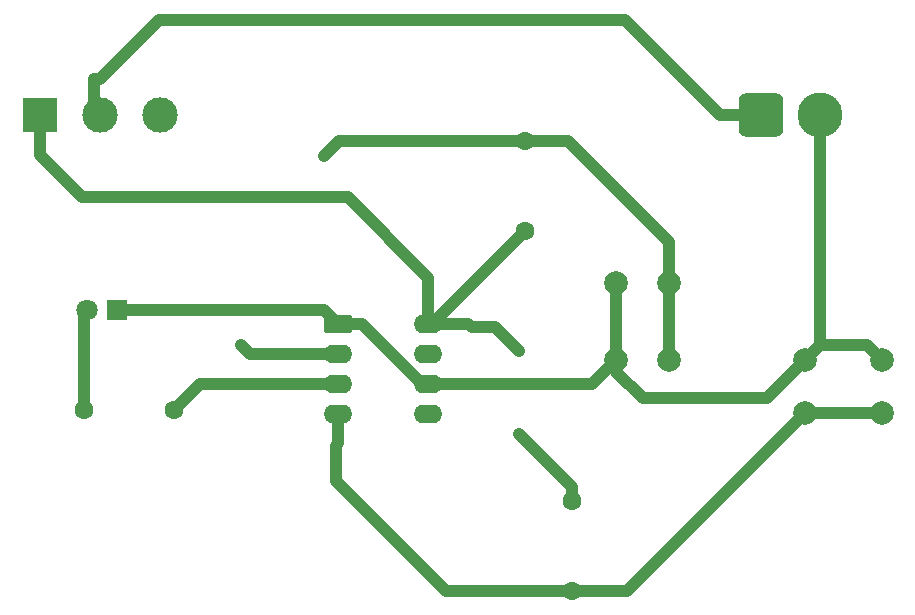
<source format=gbr>
%TF.GenerationSoftware,KiCad,Pcbnew,9.0.4*%
%TF.CreationDate,2025-10-10T16:17:53+02:00*%
%TF.ProjectId,Timmer-555-bistable-0.0.1,54696d6d-6572-42d3-9535-352d62697374,rev?*%
%TF.SameCoordinates,Original*%
%TF.FileFunction,Copper,L2,Bot*%
%TF.FilePolarity,Positive*%
%FSLAX46Y46*%
G04 Gerber Fmt 4.6, Leading zero omitted, Abs format (unit mm)*
G04 Created by KiCad (PCBNEW 9.0.4) date 2025-10-10 16:17:53*
%MOMM*%
%LPD*%
G01*
G04 APERTURE LIST*
G04 Aperture macros list*
%AMRoundRect*
0 Rectangle with rounded corners*
0 $1 Rounding radius*
0 $2 $3 $4 $5 $6 $7 $8 $9 X,Y pos of 4 corners*
0 Add a 4 corners polygon primitive as box body*
4,1,4,$2,$3,$4,$5,$6,$7,$8,$9,$2,$3,0*
0 Add four circle primitives for the rounded corners*
1,1,$1+$1,$2,$3*
1,1,$1+$1,$4,$5*
1,1,$1+$1,$6,$7*
1,1,$1+$1,$8,$9*
0 Add four rect primitives between the rounded corners*
20,1,$1+$1,$2,$3,$4,$5,0*
20,1,$1+$1,$4,$5,$6,$7,0*
20,1,$1+$1,$6,$7,$8,$9,0*
20,1,$1+$1,$8,$9,$2,$3,0*%
G04 Aperture macros list end*
%TA.AperFunction,ComponentPad*%
%ADD10RoundRect,0.250000X-0.950000X-0.550000X0.950000X-0.550000X0.950000X0.550000X-0.950000X0.550000X0*%
%TD*%
%TA.AperFunction,ComponentPad*%
%ADD11O,2.400000X1.600000*%
%TD*%
%TA.AperFunction,ComponentPad*%
%ADD12C,2.000000*%
%TD*%
%TA.AperFunction,ComponentPad*%
%ADD13R,3.000000X3.000000*%
%TD*%
%TA.AperFunction,ComponentPad*%
%ADD14C,3.000000*%
%TD*%
%TA.AperFunction,ComponentPad*%
%ADD15RoundRect,0.760000X-1.140000X-1.140000X1.140000X-1.140000X1.140000X1.140000X-1.140000X1.140000X0*%
%TD*%
%TA.AperFunction,ComponentPad*%
%ADD16C,3.800000*%
%TD*%
%TA.AperFunction,ComponentPad*%
%ADD17C,1.600000*%
%TD*%
%TA.AperFunction,ComponentPad*%
%ADD18R,1.800000X1.800000*%
%TD*%
%TA.AperFunction,ComponentPad*%
%ADD19C,1.800000*%
%TD*%
%TA.AperFunction,ViaPad*%
%ADD20C,1.000000*%
%TD*%
%TA.AperFunction,Conductor*%
%ADD21C,1.000000*%
%TD*%
G04 APERTURE END LIST*
D10*
%TO.P,U1,1,GND*%
%TO.N,THR*%
X127190000Y-59690000D03*
D11*
%TO.P,U1,2,TR*%
%TO.N,TRG*%
X127190000Y-62230000D03*
%TO.P,U1,3,Q*%
%TO.N,Net-(U1-Q)*%
X127190000Y-64770000D03*
%TO.P,U1,4,R*%
%TO.N,Net-(U1-R)*%
X127190000Y-67310000D03*
%TO.P,U1,5,CV*%
%TO.N,unconnected-(U1-CV-Pad5)*%
X134810000Y-67310000D03*
%TO.P,U1,6,THR*%
%TO.N,THR*%
X134810000Y-64770000D03*
%TO.P,U1,7,DIS*%
%TO.N,unconnected-(U1-DIS-Pad7)*%
X134810000Y-62230000D03*
%TO.P,U1,8,VCC*%
%TO.N,Net-(SW0-C)*%
X134810000Y-59690000D03*
%TD*%
D12*
%TO.P,SW2,1,1*%
%TO.N,THR*%
X150750000Y-62750000D03*
X150750000Y-56250000D03*
%TO.P,SW2,2,2*%
%TO.N,TRG*%
X155250000Y-62750000D03*
X155250000Y-56250000D03*
%TD*%
%TO.P,SW1,1,1*%
%TO.N,THR*%
X166750000Y-62750000D03*
X173250000Y-62750000D03*
%TO.P,SW1,2,2*%
%TO.N,Net-(U1-R)*%
X166750000Y-67250000D03*
X173250000Y-67250000D03*
%TD*%
D13*
%TO.P,SW0,1,C*%
%TO.N,Net-(SW0-C)*%
X101920000Y-42000000D03*
D14*
%TO.P,SW0,2,B*%
%TO.N,Net-(SW0-B)*%
X107000000Y-42000000D03*
%TO.P,SW0,3,A*%
%TO.N,unconnected-(SW0-A-Pad3)*%
X112080000Y-42000000D03*
%TD*%
D15*
%TO.P,SOURCE_DC1,1*%
%TO.N,Net-(SW0-B)*%
X163000000Y-42000000D03*
D16*
%TO.P,SOURCE_DC1,2*%
%TO.N,THR*%
X168000000Y-42000000D03*
%TD*%
D17*
%TO.P,RA2,1*%
%TO.N,Net-(SW0-C)*%
X143000000Y-51810000D03*
%TO.P,RA2,2*%
%TO.N,TRG*%
X143000000Y-44190000D03*
%TD*%
%TO.P,RA1,1*%
%TO.N,Net-(SW0-C)*%
X147000000Y-74690000D03*
%TO.P,RA1,2*%
%TO.N,Net-(U1-R)*%
X147000000Y-82310000D03*
%TD*%
%TO.P,R1,1*%
%TO.N,Net-(U1-Q)*%
X113310000Y-67000000D03*
%TO.P,R1,2*%
%TO.N,Net-(D1-A)*%
X105690000Y-67000000D03*
%TD*%
D18*
%TO.P,D1,1,K*%
%TO.N,THR*%
X108500000Y-58500000D03*
D19*
%TO.P,D1,2,A*%
%TO.N,Net-(D1-A)*%
X105960000Y-58500000D03*
%TD*%
D20*
%TO.N,Net-(SW0-C)*%
X142500000Y-62000000D03*
X142500000Y-69000000D03*
%TO.N,TRG*%
X126000000Y-45500000D03*
X119000000Y-61500000D03*
%TD*%
D21*
%TO.N,Net-(SW0-C)*%
X138190000Y-59690000D02*
X134810000Y-59690000D01*
X140500000Y-60000000D02*
X138500000Y-60000000D01*
X142500000Y-62000000D02*
X140500000Y-60000000D01*
X138500000Y-60000000D02*
X138190000Y-59690000D01*
X147000000Y-73500000D02*
X142500000Y-69000000D01*
X147000000Y-74690000D02*
X147000000Y-73500000D01*
%TO.N,TRG*%
X127310000Y-44190000D02*
X126000000Y-45500000D01*
X143000000Y-44190000D02*
X127310000Y-44190000D01*
X119730000Y-62230000D02*
X119000000Y-61500000D01*
X127190000Y-62230000D02*
X119730000Y-62230000D01*
%TO.N,THR*%
X134270000Y-64770000D02*
X134810000Y-64770000D01*
X129190000Y-59690000D02*
X134270000Y-64770000D01*
X127190000Y-59690000D02*
X129190000Y-59690000D01*
%TO.N,Net-(SW0-C)*%
X101920000Y-45420000D02*
X101920000Y-42000000D01*
X105500000Y-49000000D02*
X101920000Y-45420000D01*
X128000000Y-49000000D02*
X105500000Y-49000000D01*
X134810000Y-55810000D02*
X128000000Y-49000000D01*
X134810000Y-59690000D02*
X134810000Y-55810000D01*
%TO.N,THR*%
X126000000Y-58500000D02*
X127190000Y-59690000D01*
X108500000Y-58500000D02*
X126000000Y-58500000D01*
%TO.N,Net-(D1-A)*%
X105690000Y-58770000D02*
X105960000Y-58500000D01*
X105690000Y-67000000D02*
X105690000Y-58770000D01*
%TO.N,Net-(U1-Q)*%
X115540000Y-64770000D02*
X113310000Y-67000000D01*
X127190000Y-64770000D02*
X115540000Y-64770000D01*
%TO.N,Net-(U1-R)*%
X127000000Y-70000000D02*
X127190000Y-69810000D01*
X127000000Y-73000000D02*
X127000000Y-70000000D01*
X136310000Y-82310000D02*
X127000000Y-73000000D01*
X147000000Y-82310000D02*
X136310000Y-82310000D01*
X127190000Y-69810000D02*
X127190000Y-67310000D01*
X151690000Y-82310000D02*
X166750000Y-67250000D01*
X147000000Y-82310000D02*
X151690000Y-82310000D01*
%TO.N,THR*%
X148730000Y-64770000D02*
X150750000Y-62750000D01*
X134810000Y-64770000D02*
X148730000Y-64770000D01*
%TO.N,Net-(SW0-C)*%
X135120000Y-59690000D02*
X134810000Y-59690000D01*
X143000000Y-51810000D02*
X135120000Y-59690000D01*
%TO.N,TRG*%
X155250000Y-62750000D02*
X155250000Y-56250000D01*
%TO.N,THR*%
X150750000Y-62750000D02*
X150750000Y-56250000D01*
X153000000Y-66000000D02*
X150750000Y-63750000D01*
X150750000Y-63750000D02*
X150750000Y-62750000D01*
X163500000Y-66000000D02*
X153000000Y-66000000D01*
X166750000Y-62750000D02*
X163500000Y-66000000D01*
%TO.N,Net-(U1-R)*%
X173250000Y-67250000D02*
X166750000Y-67250000D01*
%TO.N,THR*%
X172000000Y-61500000D02*
X168000000Y-61500000D01*
X173250000Y-62750000D02*
X172000000Y-61500000D01*
X168000000Y-61500000D02*
X166750000Y-62750000D01*
X168000000Y-42000000D02*
X168000000Y-61500000D01*
%TO.N,Net-(SW0-B)*%
X106500000Y-41500000D02*
X107000000Y-42000000D01*
X106500000Y-39000000D02*
X106500000Y-41500000D01*
X107000000Y-39000000D02*
X106500000Y-39000000D01*
X112000000Y-34000000D02*
X107000000Y-39000000D01*
X151500000Y-34000000D02*
X112000000Y-34000000D01*
X159500000Y-42000000D02*
X151500000Y-34000000D01*
X163000000Y-42000000D02*
X159500000Y-42000000D01*
%TO.N,TRG*%
X146690000Y-44190000D02*
X143000000Y-44190000D01*
X155250000Y-52750000D02*
X146690000Y-44190000D01*
X155250000Y-56250000D02*
X155250000Y-52750000D01*
%TD*%
M02*

</source>
